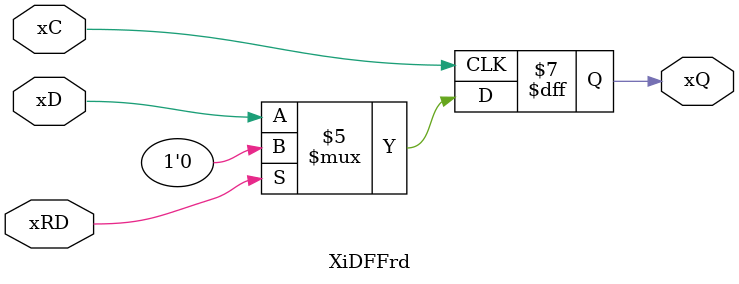
<source format=v>
/* The Implementation of FAB4B4, Include ARBITRATION, ACKNOWLEDGMENT,PAUSE_DATASWITCH,
IN_LATCHES AND OUT_LATCHES */

module FAB4B4 ( dExt, frameStart, ackIn, clock, dOutExt, ackOut );

input [0:31] dExt;
input [3:0] ackIn;
input frameStart, clock;
output [0:31] dOutExt;
output [0:3] ackOut;
wire [0:31]  dOut, d;
wire [0:3] xGrant, yGrant, outputDisable, outputEnable;

latch latch0 ( dExt, d, clock );
latch latch1 ( dOut, dOutExt, clock );


ARBITRATION  ARBITRATION0 ( d, frameStart, clock, xGrant, yGrant, outputDisable);
PAUSE_DATASWITCH PAUSE_DATASWITCH0 ( d, clock, xGrant, yGrant, outputDisable, dOut);
ack  ack0 (ackIn, xGrant, yGrant, outputDisable, ackOut);

endmodule


module latch ( dExt, d, clock);

input [0:31] dExt;
output [0:31] d;
input clock;
reg [0:31] d;
initial begin 
  d = 0;
  end

always @( posedge clock) begin
  d = dExt;
  
end

endmodule




/* The Implementation of ARBITRATION, include TIMING, ARBITERS, PRIORITY_DECODE */

module ARBITRATION ( d, frameStart, clock, xGrant, yGrant, outputDisable);

input [31:0] d;
input frameStart, clock; 
output [0:3] xGrant, yGrant, outputDisable;

wire routeEnable;
wire [15:0] ItReq;

TIMING TIMIMG0 ( frameStart, clock, d[0], d[8], d[16], d[24], routeEnable);
PRIORITY_DECODE  PRIORITY_DECODE0 ( d, clock,  ItReq);
ARBITERS  ARBITERS0 ( ItReq, frameStart, clock, routeEnable, xGrant, yGrant, outputDisable);

endmodule


/* TIMIMG Implementation */

module TIMING ( frameStart, clock, active0, active1, active2, active3, x);

input frameStart, clock;
input active0, active1, active2, active3;

output x;
wire xBar, dx, dy, yterm, anyActive, frameStartBar;
reg x, y;

initial begin
   x = 0;
   y = 0;
end

not InvX (xBar, x);

or OrAnyActive (anyActive, active0, active1, active2, active3);
not InvFS (frameStartBar, frameStart);

and AnyTerm (yterm, xBar, y);

and AndDx (dx, xBar, y, anyActive, frameStartBar);
or OrDy (dy, yterm, frameStart);
always @(posedge clock)

begin

	x = dx;
	y = dy;

end
endmodule



/* The Implementation of ARBITERS, include 4 arbiters */

module ARBITERS ( req, frameStart, clock,  routeEnable, xGrant, yGrant, outputDisable);

input [15:0] req;
input frameStart , routeEnable, clock;
output [3:0] xGrant, yGrant, outputDisable ;

ARBITER ARBITER0 ( req[0], req[4], req[8], req[12], routeEnable, frameStart, clock, xGrant[0], yGrant[0], outputDisable[0] );
ARBITER ARBITER1 ( req[1], req[5], req[9], req[13], routeEnable, frameStart, clock, xGrant[1], yGrant[1], outputDisable[1] );
ARBITER ARBITER2 ( req[2], req[6], req[10], req[14], routeEnable, frameStart, clock, xGrant[2], yGrant[2], outputDisable[2] );
ARBITER ARBITER3 ( req[3], req[7], req[11], req[15], routeEnable, frameStart, clock, xGrant[3], yGrant[3], outputDisable[3] );

endmodule

/* The Implementation of ARBITER, include ARBITER_XY and OUTDIS */

module ARBITER ( req0, req1, req2, req3, routeEnable, frameStart, clock, xGrant, yGrant,
                 outputDisable);

input  req0, req1, req2, req3, routeEnable, frameStart, clock;
output xGrant, yGrant, outputDisable;
wire  outputEnable;

OUTDIS OUTDIS0( req0, req1, req2, req3, routeEnable, frameStart , clock, outputDisable, outputEnable);
ARBITER_XY ARBITER_XY0( req0, req2, req1, req3, routeEnable, clock, xGrant, yGrant );

endmodule
/* OUTDIS Implementation */

module OUTDIS ( req0, req1, req2, req3, routeEnable, fs, clock, outputDisable, outputEnable);

input  req0, req1, req2, req3;
input routeEnable, fs, clock;
output outputDisable, outputEnable;

wire kOut, anyReq;

or AnyOr ( anyReq, req0, req1, req2, req3 );
and AndKout (kOut, routeEnable, anyReq);

JKEF FFOutDis ( fs, kOut, clock, outputDisable, outputEnable);

endmodule  
/* JKEF Implementation */
module JKEF ( j, k, c,  q, qBar);

input j, k, c;
output q, qBar;

wire d, dOne, okOne, dZeroBar, jBar, kBar; 
reg q;
initial q = 0;

not InvQ ( qBar, q);
not InvK ( kBar, k);
not Invj ( jBar, j);

assign dZeroBar= !( ( k & jBar) | ( k & q) );
and AndOKOne ( okOne, dZeroBar, q);

assign dOne = (j & kBar)| (j & qBar);


or OrD ( d, dOne, okOne );


always @(posedge c)

begin

    q = d;
    
   
end

endmodule


/* ARBITER_XY Implementation  Including ARB_XEL, ARB_YEL and ARBITER_FF, This is a
modified version , since the output x and y will be the inputs of ARBY and ARBX and
ARBITER_FF in the next state at the mean time, so I cannot treat the ARBITER_FF as a
module to implement this circuit */

module ARBITER_XY ( req0, req1, req2, req3, routeEnable, clock, x, y );

input req0, req1, req2, req3, routeEnable, clock ;


wire jy, ky, jx, kx;
output x, y;

reg x, y;

initial begin
  
  x = 0;
  y = 0;

end


ARB_YEL ARB_YEL0 ( req0, req1, req2, req3, x, jy, ky );
ARB_XEL ARB_XEL0 ( req0, req1, req2, req3, y, jx, kx );

wire dX, dOneX, okOneX, dZeroBarX, jBarX, kBarX, qBarX; 
wire dY, dOneY, okOneY, dZeroBarY, jBarY, kBarY, qBarY; 

not InvQx ( qBarX, x);
not InvKx ( kBarX, kx);
not Invjx ( jBarX, jx);

not InvQy ( qBarY, y);
not InvKy ( kBarY, ky);
not Invjy ( jBarY, jy);


and AndOKOneX ( okOneX, dZeroBarX, x);
and AndOKOneY ( okOneY, dZeroBarY, y);

assign dOneX = (jx & kBarX)|| (jx & qBarX);
assign dOneY = (jy & kBarY)|| (jy & qBarY);

assign dZeroBarX= !( ( kx & jBarX) || ( kx & x) );
assign dZeroBarY= !( ( ky & jBarY) || ( ky & y) );

or OrDx ( dX, dOneX, okOneX );
or OrDy ( dY, dOneY, okOneY );

always @(posedge clock)

begin

   if ( routeEnable == 1) begin

    x = dX ;
    y = dY ;
    end

   else begin
    x = x;
    y = y;
   end
    
   
end

endmodule

/* ARB_XEL Implementation */

module ARB_XEL (req0, req1, req2, req3, y, jx, kx   );

input req0, req1, req2, req3, y;
output jx, kx ;

wire reqBarJxKxCLB1, reqBarJxKxCLB3;
wire [1:0] jxFact, kxFact;

/* Jx */

not InvReqJxKxCLB1 (reqBarJxKxCLB1, req1);

or OrFactJx0 ( jxFact[0], y,  reqBarJxKxCLB1);
or OrFactJx1 ( jxFact[1], req3, req2 );
and AndJx ( jx, jxFact[0], jxFact[1]);

/* Kx */

not InvReqJxKxCLB3 (reqBarJxKxCLB3, req3);


or OrFactkx0 ( kxFact[0], y,  reqBarJxKxCLB3);
or OrFactKx1 ( kxFact[1], req0, req1 );
and AndKx ( kx, kxFact[0], kxFact[1]);

endmodule
/* ARB_YEL Implementation */

module  ARB_YEL ( req0, req1, req2, req3, x, jy, ky);

input req0, req1, req2, req3, x;
output ky, jy;

wire  reqBarJyCLB0, reqBarJyCLB2, reqBarKyCLB1, reqBarkyCLB3;
wire  jyTerm0, jyTerm1, kyTerm0,  kyTerm;
wire  xBarJyCLB, xBarkyCLB;

/*Jy */

not InvXJyCLB ( xBarJyCLB, x);
not InvReqOJyCLB ( reqBarJyCLB0, req0);
not InvReq2JyCLB ( reqBarJyCLB2, req2);

or OrTermJy0 ( jyTerm0, x, reqBarJyCLB2);
or OrTermJy1 ( jyTerm1, xBarJyCLB, reqBarJyCLB0);

assign jy = (jyTerm0 & req3) ||  (jyTerm1 & req1);
/* Ky */

not InvXKyCLB (  xBarkyCLB, x); 
not InvReqOKyCLB ( reqBarKyCLB1, req1);
not InvReq2KyCLB ( reqBarkyCLB3, req3);

or OrTermky0 ( kyTerm0, xBarkyCLB , reqBarKyCLB1);
or OrTermky1 ( kyTerm1, x, reqBarkyCLB3);

assign ky = (kyTerm0 & req2) ||  (kyTerm1 & req0);

endmodule



module  PRIORITY_DECODE ( d, clock,  ItReq);

input [31:0] d;
input clock;
output [0:15] ItReq;
reg [15:0] ItReq;

wire [15:0] hiReq, genReq, req;

initial ItReq = 0;
DECODE_N  DCODE_N ( d,  hiReq, genReq );
PRIORITY  PRIORITY ( hiReq, genReq,  req );

always @(posedge clock)

begin 

	ItReq = req ;

end
	
endmodule

/* DECODE_N.v Implementation */

module DECODE_N ( d,  hiReq, genReq );

input [31:0] d;
output [15:0] hiReq, genReq;

DECODE Decode0 ( d[0], d[1], d[2], d[3], hiReq[0],hiReq[1],hiReq[2],hiReq[3], genReq[0],genReq[1],genReq[2],genReq[3]);
DECODE Decode1 ( d[8], d[9], d[10], d[11], hiReq[4],hiReq[5],hiReq[6],hiReq[7], genReq[4],genReq[5],genReq[6],genReq[7]);
DECODE Decode2( d[16], d[17], d[18], d[19], hiReq[8],hiReq[9],hiReq[10],hiReq[11], genReq[8],genReq[9],genReq[10],genReq[11]);
DECODE Decode3 ( d[24], d[25], d[26], d[27], hiReq[12],hiReq[13],hiReq[14],hiReq[15], genReq[12],genReq[13],genReq[14],genReq[15]);

endmodule

/* DECODE Implementation */

module DECODE ( act, pri, r1, r2, hiReq0,hiReq1,hiReq2,hiReq3, genReq0, genReq1, genReq2, genReq3 );

input act, pri, r1, r2;
output hiReq0,hiReq1,hiReq2,hiReq3, genReq0,genReq1,genReq2,genReq3;

wire r1Bar, r2Bar;

not InvR1 ( r1Bar, r1);
not InvR2 ( r2Bar, r2); 

and andHiReq0 ( hiReq0, act, pri, r1Bar, r2Bar);
and andHiReq1 ( hiReq1, act, pri, r1Bar, r2);
and andHiReq2 ( hiReq2, act, pri, r1, r2Bar);
and andHiReq3 ( hiReq3, act, pri, r1, r2);

and andGenReq0 ( genReq0, act, r1Bar, r2Bar);
and andGenReq1 ( genReq1, act, r1Bar, r2);
and andGenReq2 ( genReq2, act, r1, r2Bar);
and andGenReq3 ( genReq3, act, r1, r2);

endmodule

/* PRIORITY Implementation */

module PRIORITY ( hiReq, genReq,  req );

input [15:0] hiReq, genReq;
output [15:0] req;

PRIFIL4CLB PriFilter0 (hiReq[0], hiReq[4], hiReq[8], hiReq[12], genReq[0], genReq[4], 
			genReq[8], genReq[12], req[0], req[4], req[8], req[12]);
PRIFIL4CLB PriFilter1 (hiReq[1], hiReq[5], hiReq[9], hiReq[13], genReq[1], genReq[5], 
			genReq[9], genReq[13], req[1], req[5], req[9], req[13]);
PRIFIL4CLB PriFilter2 (hiReq[2], hiReq[6], hiReq[10], hiReq[14], genReq[2], genReq[6], 
			genReq[10], genReq[14], req[2], req[6], req[10], req[14]);
PRIFIL4CLB PriFilter3 (hiReq[3], hiReq[7], hiReq[11], hiReq[15], genReq[3], genReq[7], 
			genReq[11], genReq[15], req[3], req[7], req[11], req[15]);

endmodule

/* PRIFIL4CLB Implementation */

module PRIFIL4CLB ( hiR0, hiR1, hiR2, hiR3, genR0, genR1, genR2, genR3, req0,
			 req1, req2, req3);

input hiR0, hiR1, hiR2, hiR3, genR0, genR1, genR2, genR3 ;
output req0, req1, req2, req3 ;


PRIFILUNIT PriUnit0 (hiR0, genR0, hiR1, hiR2, hiR3, req0);
PRIFILUNIT PriUnit1 (hiR1, genR1, hiR0, hiR2, hiR3, req1);
PRIFILUNIT PriUnit2 (hiR2, genR2, hiR0, hiR1, hiR3, req2);
PRIFILUNIT PriUnit3 (hiR3, genR3, hiR0, hiR1, hiR2, req3);

endmodule

/* PRIFILUNIT Implementation */

module PRIFILUNIT (hiR, genR, hiOtherR0, hiOtherR1, hiOtherR2, req);

input hiR, genR;
input hiOtherR0, hiOtherR1, hiOtherR2;
output req;

wire notAnyHi, lowOK;

nor NorAnyHi ( notAnyHi, hiOtherR0, hiOtherR1, hiOtherR2);
and AndLowOK ( lowOK, notAnyHi, genR);
or OrReq (req, lowOK, hiR);

endmodule




/*ack*/

module ack (ackIn, xGrant, yGrant, outputDisable, ackOut);

input [3:0] ackIn, xGrant, yGrant, outputDisable;
output [3:0] ackOut;

wire [15:0] ackTerm;

ackgen_n ackgen(ackIn, xGrant, yGrant, outputDisable, ackTerm);
ackor_n ackor_n (ackTerm, ackOut); 

endmodule


/*ackgen_n*/

module ackgen_n(ackIn, xGrant, yGrant, outputDisable, ackTerm);

input [3:0] ackIn, xGrant, yGrant, outputDisable;
output [15:0] ackTerm;

ackgen ackgen0(ackIn[0], xGrant[0], yGrant[0], outputDisable[0], ackTerm[0], ackTerm[4], ackTerm[8], ackTerm[12]);
ackgen ackgen1(ackIn[1], xGrant[1], yGrant[1], outputDisable[1], ackTerm[1], ackTerm[5], ackTerm[9], ackTerm[13]);
ackgen ackgen2(ackIn[2], xGrant[2], yGrant[2], outputDisable[2], ackTerm[2], ackTerm[6], ackTerm[10], ackTerm[14]);
ackgen ackgen3(ackIn[3], xGrant[3], yGrant[3], outputDisable[3], ackTerm[3], ackTerm[7], ackTerm[11], ackTerm[15]);

endmodule


/*ACKEN generates the ackownledgement signals for a single output port.*/

module ackgen ( ackIn, x, y,  disabled, ackTerm0, ackTerm1, ackTerm2, ackTerm3);
input x, y, ackIn, disabled;
output ackTerm0, ackTerm1, ackTerm2, ackTerm3;

wire xBar, yBar;
wire [0:3] ackTermPre;

not InvX (xBar, x);
not InvY (yBar, y);

nand NandAckTermpre0 (ackTermPre[0], xBar, yBar, ackIn);
nand NandAckTermpre1 (ackTermPre[1], xBar, y, ackIn);
nand NandAckTermpre2 (ackTermPre[2], x, yBar, ackIn);
nand NandAckTermpre3 (ackTermPre[3], x, y, ackIn);

nor NorDis1 (ackTerm0, disabled, ackTermPre[0]);
nor NorDis2 (ackTerm1, disabled, ackTermPre[1]);
nor NorDis3 (ackTerm2, disabled, ackTermPre[2]);
nor NorDis4 (ackTerm3, disabled, ackTermPre[3]);

endmodule


/* ackor_n.v*/

module ackor_n ( ackTerm, ackOut);

input [15:0] ackTerm;
output [3:0] ackOut;

ackor AckOut0( ackTerm[0],ackTerm[1],ackTerm[2],ackTerm[3], ackOut[0]);
ackor AckOut1( ackTerm[4],ackTerm[5],ackTerm[6],ackTerm[7], ackOut[1]);
ackor AckOut2( ackTerm[8],ackTerm[9],ackTerm[10],ackTerm[11], ackOut[2]);
ackor AckOut3( ackTerm[12],ackTerm[13],ackTerm[14],ackTerm[15], ackOut[3]);

endmodule

/*Ackor is a or4 gate*/
module ackor (ackTerm0,ackTerm1,ackTerm2,ackTerm3, ackOut);
input ackTerm0,ackTerm1,ackTerm2,ackTerm3;
output ackOut;

or Orack (ackOut, ackTerm0,ackTerm1, ackTerm2, ackTerm3);

endmodule



/*DATASWITCH Implementation*/

module PAUSE_DATASWITCH ( d, clock, xGrant, yGrant, outputDisable, dOut);

input [31:0] d ;
input clock;
input [3:0] xGrant, yGrant, outputDisable;

output [31:0] dOut;

wire [31:0] dPause;

XiDFFd Pause ( d, clock, dPause );

DATASWITCHC DSW0 (dPause, clock, xGrant[0], yGrant[0], outputDisable[0], dOut[0],dOut[1],dOut[2],dOut[3],dOut[4],dOut[5],dOut[6],dOut[7]);
DATASWITCHC DSW1 (dPause, clock, xGrant[1], yGrant[1], outputDisable[1], dOut[8],dOut[9],dOut[10],dOut[11],dOut[12],dOut[13],dOut[14],dOut[15] );
DATASWITCHC DSW2 (dPause, clock, xGrant[2], yGrant[2], outputDisable[2], dOut[16],dOut[17],dOut[18],dOut[19],dOut[20],dOut[21],dOut[22],dOut[23]);
DATASWITCHC DSW3 (dPause, clock, xGrant[3], yGrant[3], outputDisable[3], dOut[24],dOut[25],dOut[26],dOut[27],dOut[28],dOut[29],dOut[30],dOut[31]);

endmodule

/* XiDFFd implementation */
module XiDFFd (d, clock, dPause);
input clock;
input [31:0] d;
output [31:0] dPause;
reg [31:0] dPause;
initial dPause = 0;
always @(posedge clock) 
begin
   
	dPause = d;
end
endmodule
/* the implementation of DATASWITCHC */

module DATASWITCHC ( d, clock, x, y, outputDisable, q0, q1, q2, q3, q4, q5, q6, q7 );

input [31:0] d;
input clock, x, y, outputDisable;

output q0,q1,q2,q3,q4,q5,q6,q7 ;

DMUX2B4CALL Pr0 ( d[0], d[8], d[16], d[24], d[1], d[9], d[17], d[25], clock, x, y,
		outputDisable, q0, q1);
DMUX2B4CALL Pr1 ( d[2], d[10], d[18], d[26], d[3], d[11], d[19], d[27], clock, x, y,
		outputDisable, q2, q3);
DMUX2B4CALL Pr2 ( d[4], d[12], d[20], d[28], d[5], d[13], d[21], d[29], clock, x, y,
		outputDisable, q4, q5);
DMUX2B4CALL Pr3 ( d[6], d[14], d[22], d[30], d[7], d[15], d[23], d[31], clock, x, y,
		outputDisable, q6, q7);

endmodule

/* The Implementation of DMUX2B4CALL */

module DMUX2B4CALL( d0, d1, d2, d3, d4, d5, d6, d7,  clock, x, y, outputDisable, dOut0, dOut1);

input  d0, d1, d2, d3, d4, d5, d6, d7;
input clock, x, y, outputDisable;
output  dOut0, dOut1;
wire [1:0] q0, q1;


DMUX4T2FFC P0 ( d0, d1, d2, d3, clock, y, outputDisable, q0);
DMUX4T2FFC P1 ( d4, d5, d6, d7, clock, y, outputDisable, q1);
DMUX4T2 FB (q0, q1, x, dOut0, dOut1);

endmodule

/* The impementation of DMUX4T2 */

module  DMUX4T2 (d1, d2, x, dOut0, dOut1);
input x;
input [1:0] d1, d2;
output  dOut0, dOut1;

wire xBar;

not XiINV ( xBar, x );

assign dOut0 = (d1[0] & xBar) || (d1[1] & x),
       dOut1 = (d2[0] & xBar) || (d2[1] & x);

endmodule
/*The implement of DMUX4T2FFC*/

module DMUX4T2FFC(d0, d1, d2, d3, clock, y, outputDisable, q);
input clock, y, outputDisable;
input d0,d1,d2,d3 ;
output [1:0] q;

wire yBar;
wire [1:0] mux;

not XiINV (yBar, y);

assign mux[0]= (d0 & yBar)||(d1 & y),
       mux[1]= (d2 & yBar)||(d3 & y);

XiDFFrd BFF0 (mux[0], clock, outputDisable, q[0]);
XiDFFrd BFF1 (mux[1], clock, outputDisable, q[1]);

endmodule

/*the implement of XiDFFrd*/
module XiDFFrd(xD, xC, xRD, xQ);
input xD, xC, xRD;
output xQ;
reg xQ;
initial xQ = 0;
always @(posedge xC)
begin
   if (!xRD)
      xQ = xD;

   else

       xQ = 0;
       
end
endmodule


</source>
